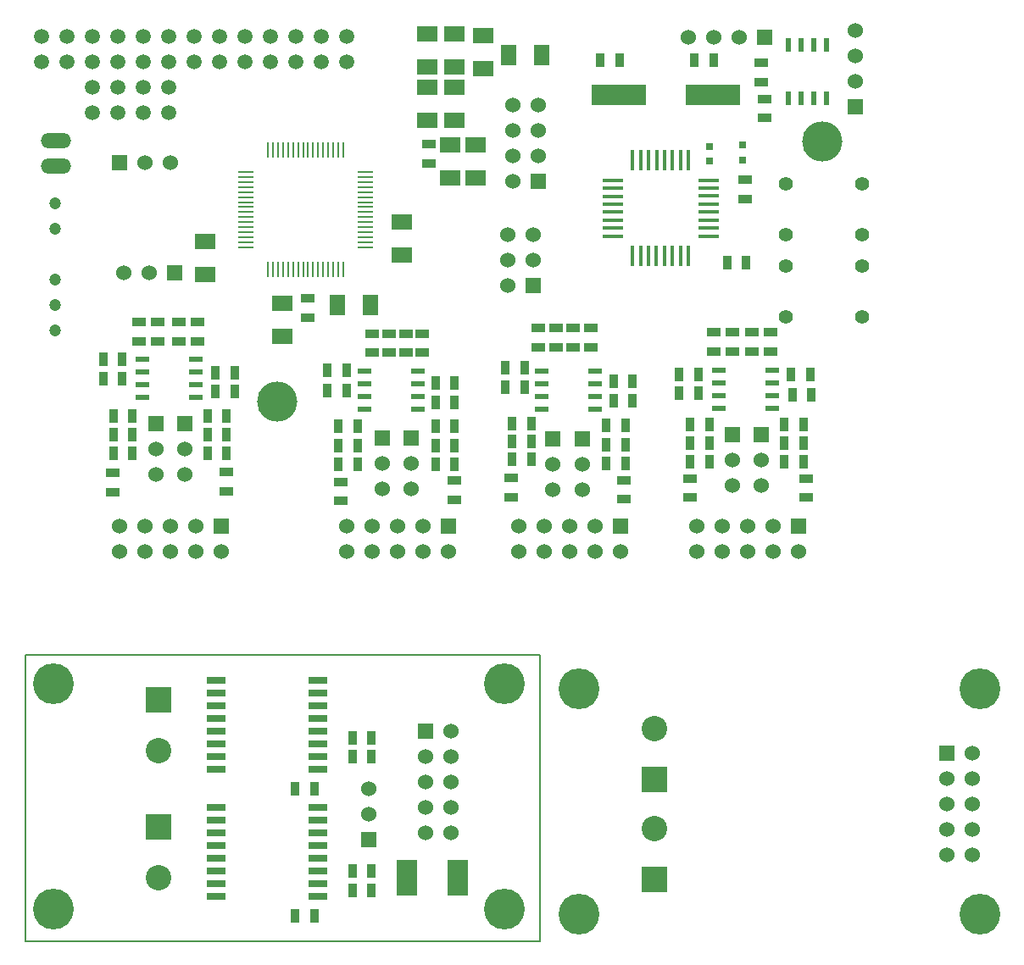
<source format=gts>
G04 This is an RS-274x file exported by *
G04 gerbv version 2.6.0 *
G04 More information is available about gerbv at *
G04 http://gerbv.gpleda.org/ *
G04 --End of header info--*
%MOIN*%
%FSLAX34Y34*%
%IPPOS*%
G04 --Define apertures--*
%ADD10C,0.0000*%
%ADD11R,0.0178X0.0788*%
%ADD12R,0.0788X0.0178*%
%ADD13C,0.0551*%
%ADD14R,0.0552X0.0237*%
%ADD15R,0.0237X0.0552*%
%ADD16R,0.0801X0.0601*%
%ADD17R,0.0601X0.0801*%
%ADD18R,0.0351X0.0551*%
%ADD19R,0.0551X0.0351*%
%ADD20O,0.1188X0.0594*%
%ADD21R,0.0601X0.0601*%
%ADD22C,0.0601*%
%ADD23R,0.0315X0.0315*%
%ADD24R,0.0592X0.0107*%
%ADD25R,0.0099X0.0592*%
%ADD26C,0.0473*%
%ADD27R,0.2166X0.0788*%
%ADD28C,0.0592*%
%ADD29C,0.1576*%
%ADD30C,0.0060*%
%ADD31R,0.0600X0.0600*%
%ADD32C,0.0600*%
%ADD33R,0.1000X0.1000*%
%ADD34C,0.1000*%
%ADD35C,0.1600*%
%ADD36C,0.0059*%
%ADD37R,0.0750X0.0250*%
%ADD38R,0.0350X0.0550*%
%ADD39R,0.0800X0.1400*%
G04 --Start main section--*
G54D11*
G01X0060957Y-046904D03*
G01X0061272Y-046904D03*
G01X0061587Y-046904D03*
G01X0061902Y-046904D03*
G01X0062217Y-046904D03*
G01X0062532Y-046904D03*
G01X0062847Y-046904D03*
G01X0063162Y-046904D03*
G01X0063160Y-050670D03*
G01X0060950Y-050670D03*
G01X0061270Y-050670D03*
G01X0061590Y-050670D03*
G01X0061900Y-050670D03*
G01X0062220Y-050670D03*
G01X0062530Y-050670D03*
G01X0062850Y-050670D03*
G54D12*
G01X0063950Y-047688D03*
G01X0063950Y-048002D03*
G01X0063950Y-048318D03*
G01X0063950Y-048632D03*
G01X0063950Y-048948D03*
G01X0063950Y-049262D03*
G01X0063950Y-049578D03*
G01X0063950Y-049892D03*
G01X0060170Y-047690D03*
G01X0060170Y-048000D03*
G01X0060170Y-048320D03*
G01X0060170Y-048630D03*
G01X0060170Y-048940D03*
G01X0060170Y-049260D03*
G01X0060170Y-049580D03*
G01X0060170Y-049900D03*
G54D13*
G01X0070000Y-051075D03*
G01X0070000Y-053075D03*
G01X0067000Y-051075D03*
G01X0067000Y-053075D03*
G01X0070000Y-047850D03*
G01X0070000Y-049850D03*
G01X0067000Y-047850D03*
G01X0067000Y-049850D03*
G54D14*
G01X0041674Y-056250D03*
G01X0043774Y-056250D03*
G01X0041674Y-055750D03*
G01X0041674Y-055250D03*
G01X0041674Y-054750D03*
G01X0043774Y-055750D03*
G01X0043774Y-055250D03*
G01X0043774Y-054750D03*
G54D15*
G01X0068575Y-044475D03*
G01X0068575Y-042375D03*
G01X0068075Y-044475D03*
G01X0067575Y-044475D03*
G01X0067075Y-044475D03*
G01X0068075Y-042375D03*
G01X0067575Y-042375D03*
G01X0067075Y-042375D03*
G54D14*
G01X0064357Y-056661D03*
G01X0066457Y-056661D03*
G01X0064357Y-056161D03*
G01X0064357Y-055661D03*
G01X0064357Y-055161D03*
G01X0066457Y-056161D03*
G01X0066457Y-055661D03*
G01X0066457Y-055161D03*
G01X0057368Y-056718D03*
G01X0059468Y-056718D03*
G01X0057368Y-056218D03*
G01X0057368Y-055718D03*
G01X0057368Y-055218D03*
G01X0059468Y-056218D03*
G01X0059468Y-055718D03*
G01X0059468Y-055218D03*
G01X0050416Y-056707D03*
G01X0052516Y-056707D03*
G01X0050416Y-056207D03*
G01X0050416Y-055707D03*
G01X0050416Y-055207D03*
G01X0052516Y-056207D03*
G01X0052516Y-055707D03*
G01X0052516Y-055207D03*
G54D16*
G01X0052900Y-041950D03*
G01X0052900Y-043250D03*
G01X0052900Y-045350D03*
G01X0052900Y-044050D03*
G01X0053950Y-045350D03*
G01X0053950Y-044050D03*
G01X0053800Y-046300D03*
G01X0053800Y-047600D03*
G54D17*
G01X0056100Y-042775D03*
G01X0057400Y-042775D03*
G54D16*
G01X0054800Y-046300D03*
G01X0054800Y-047600D03*
G01X0055100Y-043300D03*
G01X0055100Y-042000D03*
G01X0053950Y-041950D03*
G01X0053950Y-043250D03*
G01X0051900Y-050650D03*
G01X0051900Y-049350D03*
G54D17*
G01X0049350Y-052600D03*
G01X0050650Y-052600D03*
G54D16*
G01X0047200Y-053850D03*
G01X0047200Y-052550D03*
G01X0044150Y-051400D03*
G01X0044150Y-050100D03*
G54D18*
G01X0049398Y-058123D03*
G01X0050148Y-058123D03*
G54D19*
G01X0052057Y-054482D03*
G01X0052057Y-053732D03*
G01X0052687Y-054482D03*
G01X0052687Y-053732D03*
G01X0051387Y-054482D03*
G01X0051387Y-053732D03*
G01X0050718Y-054482D03*
G01X0050718Y-053732D03*
G54D18*
G01X0063971Y-058785D03*
G01X0063221Y-058785D03*
G01X0063221Y-057288D03*
G01X0063971Y-057288D03*
G01X0067671Y-058037D03*
G01X0066921Y-058037D03*
G54D19*
G01X0049498Y-060309D03*
G01X0049498Y-059559D03*
G54D18*
G01X0048965Y-055170D03*
G01X0049715Y-055170D03*
G01X0048965Y-055957D03*
G01X0049715Y-055957D03*
G01X0050148Y-058871D03*
G01X0049398Y-058871D03*
G01X0049398Y-057375D03*
G01X0050148Y-057375D03*
G01X0053967Y-058123D03*
G01X0053217Y-058123D03*
G01X0055956Y-055850D03*
G01X0056706Y-055850D03*
G54D19*
G01X0053946Y-060269D03*
G01X0053946Y-059519D03*
G54D18*
G01X0053967Y-055682D03*
G01X0053217Y-055682D03*
G01X0053967Y-056430D03*
G01X0053217Y-056430D03*
G01X0053217Y-058871D03*
G01X0053967Y-058871D03*
G01X0053967Y-057375D03*
G01X0053217Y-057375D03*
G01X0062787Y-056068D03*
G01X0063537Y-056068D03*
G01X0067947Y-055320D03*
G01X0067197Y-055320D03*
G01X0067986Y-056147D03*
G01X0067236Y-056147D03*
G01X0066921Y-058785D03*
G01X0067671Y-058785D03*
G01X0067671Y-057288D03*
G01X0066921Y-057288D03*
G54D19*
G01X0067769Y-060183D03*
G01X0067769Y-059433D03*
G01X0057237Y-054256D03*
G01X0057237Y-053506D03*
G01X0057945Y-054256D03*
G01X0057945Y-053506D03*
G01X0059323Y-054256D03*
G01X0059323Y-053506D03*
G01X0058614Y-054256D03*
G01X0058614Y-053506D03*
G54D18*
G01X0056232Y-057976D03*
G01X0056982Y-057976D03*
G01X0060682Y-057346D03*
G01X0059932Y-057346D03*
G54D19*
G01X0056174Y-060162D03*
G01X0056174Y-059412D03*
G54D18*
G01X0055956Y-055062D03*
G01X0056706Y-055062D03*
G01X0041288Y-058453D03*
G01X0040538Y-058453D03*
G01X0056982Y-058685D03*
G01X0056232Y-058685D03*
G01X0056232Y-057267D03*
G01X0056982Y-057267D03*
G01X0060682Y-058094D03*
G01X0059932Y-058094D03*
G54D19*
G01X0060622Y-060241D03*
G01X0060622Y-059491D03*
G54D18*
G01X0060958Y-055614D03*
G01X0060208Y-055614D03*
G01X0060958Y-056362D03*
G01X0060208Y-056362D03*
G01X0059932Y-058842D03*
G01X0060682Y-058842D03*
G54D19*
G01X0066025Y-043825D03*
G01X0066025Y-043075D03*
G54D18*
G01X0062787Y-055320D03*
G01X0063537Y-055320D03*
G54D19*
G01X0063202Y-060183D03*
G01X0063202Y-059433D03*
G54D18*
G01X0063221Y-058037D03*
G01X0063971Y-058037D03*
G54D19*
G01X0065643Y-054435D03*
G01X0065643Y-053685D03*
G01X0066391Y-054435D03*
G01X0066391Y-053685D03*
G01X0066150Y-045250D03*
G01X0066150Y-044500D03*
G54D18*
G01X0064675Y-050925D03*
G01X0065425Y-050925D03*
G54D19*
G01X0064895Y-054435D03*
G01X0064895Y-053685D03*
G01X0065375Y-047675D03*
G01X0065375Y-048425D03*
G01X0064147Y-054435D03*
G01X0064147Y-053685D03*
G54D18*
G01X0063400Y-042975D03*
G01X0064150Y-042975D03*
G01X0059700Y-042975D03*
G01X0060450Y-042975D03*
G54D19*
G01X0048200Y-053100D03*
G01X0048200Y-052350D03*
G01X0052950Y-046275D03*
G01X0052950Y-047025D03*
G54D18*
G01X0040144Y-055500D03*
G01X0040894Y-055500D03*
G54D19*
G01X0041543Y-054025D03*
G01X0041543Y-053275D03*
G01X0042291Y-054025D03*
G01X0042291Y-053275D03*
G01X0043866Y-054025D03*
G01X0043866Y-053275D03*
G01X0043118Y-054025D03*
G01X0043118Y-053275D03*
G54D18*
G01X0040538Y-057705D03*
G01X0041288Y-057705D03*
G54D19*
G01X0040519Y-059969D03*
G01X0040519Y-059219D03*
G54D18*
G01X0040144Y-054752D03*
G01X0040894Y-054752D03*
G01X0044989Y-056957D03*
G01X0044239Y-056957D03*
G01X0044239Y-058453D03*
G01X0044989Y-058453D03*
G01X0045304Y-056012D03*
G01X0044554Y-056012D03*
G01X0045304Y-055264D03*
G01X0044554Y-055264D03*
G54D19*
G01X0044968Y-059930D03*
G01X0044968Y-059180D03*
G54D18*
G01X0044989Y-057705D03*
G01X0044239Y-057705D03*
G01X0040538Y-056957D03*
G01X0041288Y-056957D03*
G54D20*
G01X0038300Y-047150D03*
G01X0038300Y-046150D03*
G54D21*
G01X0067485Y-061311D03*
G54D22*
G01X0067485Y-062311D03*
G01X0066485Y-061311D03*
G01X0066485Y-062311D03*
G01X0065485Y-061311D03*
G01X0065485Y-062311D03*
G01X0064485Y-061311D03*
G01X0064485Y-062311D03*
G01X0063485Y-061311D03*
G01X0063485Y-062311D03*
G54D21*
G01X0053702Y-061311D03*
G54D22*
G01X0053702Y-062311D03*
G01X0052702Y-061311D03*
G01X0052702Y-062311D03*
G01X0051702Y-061311D03*
G01X0051702Y-062311D03*
G01X0050702Y-061311D03*
G01X0050702Y-062311D03*
G01X0049702Y-061311D03*
G01X0049702Y-062311D03*
G54D21*
G01X0060496Y-061311D03*
G54D22*
G01X0060496Y-062311D03*
G01X0059496Y-061311D03*
G01X0059496Y-062311D03*
G01X0058496Y-061311D03*
G01X0058496Y-062311D03*
G01X0057496Y-061311D03*
G01X0057496Y-062311D03*
G01X0056496Y-061311D03*
G01X0056496Y-062311D03*
G54D21*
G01X0044800Y-061311D03*
G54D22*
G01X0044800Y-062311D03*
G01X0043800Y-061311D03*
G01X0043800Y-062311D03*
G01X0042800Y-061311D03*
G01X0042800Y-062311D03*
G01X0041800Y-061311D03*
G01X0041800Y-062311D03*
G01X0040800Y-061311D03*
G01X0040800Y-062311D03*
G54D21*
G01X0057250Y-047750D03*
G54D22*
G01X0056250Y-047750D03*
G01X0057250Y-046750D03*
G01X0056250Y-046750D03*
G01X0057250Y-045750D03*
G01X0056250Y-045750D03*
G01X0057250Y-044750D03*
G01X0056250Y-044750D03*
G54D21*
G01X0040800Y-047000D03*
G54D22*
G01X0041800Y-047000D03*
G01X0042800Y-047000D03*
G54D21*
G01X0066025Y-057700D03*
G54D22*
G01X0066025Y-058700D03*
G01X0066025Y-059700D03*
G54D21*
G01X0064875Y-057700D03*
G54D22*
G01X0064875Y-058700D03*
G01X0064875Y-059700D03*
G54D21*
G01X0042950Y-051350D03*
G54D22*
G01X0041950Y-051350D03*
G01X0040950Y-051350D03*
G54D21*
G01X0042212Y-057256D03*
G54D22*
G01X0042212Y-058256D03*
G01X0042212Y-059256D03*
G54D21*
G01X0043354Y-057256D03*
G54D22*
G01X0043354Y-058256D03*
G01X0043354Y-059256D03*
G54D21*
G01X0051112Y-057831D03*
G54D22*
G01X0051112Y-058831D03*
G01X0051112Y-059831D03*
G54D21*
G01X0052253Y-057831D03*
G54D22*
G01X0052253Y-058831D03*
G01X0052253Y-059831D03*
G54D21*
G01X0057827Y-057881D03*
G54D22*
G01X0057827Y-058881D03*
G01X0057827Y-059881D03*
G54D21*
G01X0058969Y-057881D03*
G54D22*
G01X0058969Y-058881D03*
G01X0058969Y-059881D03*
G54D23*
G01X0065275Y-046895D03*
G01X0065275Y-046305D03*
G01X0063975Y-046945D03*
G01X0063975Y-046355D03*
G54D24*
G01X0050462Y-048948D03*
G01X0050462Y-049145D03*
G01X0050462Y-049342D03*
G01X0050462Y-049539D03*
G01X0050462Y-049736D03*
G01X0050462Y-049933D03*
G01X0050462Y-050130D03*
G01X0050462Y-050326D03*
G01X0050462Y-047374D03*
G01X0045738Y-047374D03*
G01X0045738Y-050326D03*
G01X0050462Y-048752D03*
G01X0050462Y-048555D03*
G01X0050462Y-048358D03*
G01X0050462Y-048161D03*
G01X0050462Y-047964D03*
G01X0050462Y-047767D03*
G01X0050462Y-047570D03*
G01X0045738Y-047570D03*
G01X0045738Y-047767D03*
G01X0045738Y-047964D03*
G01X0045738Y-048161D03*
G01X0045738Y-048358D03*
G01X0045738Y-048555D03*
G01X0045738Y-048752D03*
G01X0045738Y-048948D03*
G01X0045738Y-049145D03*
G01X0045738Y-049342D03*
G01X0045738Y-049539D03*
G01X0045738Y-049736D03*
G01X0045738Y-049933D03*
G01X0045738Y-050130D03*
G54D25*
G01X0049576Y-051212D03*
G01X0049380Y-051212D03*
G01X0049183Y-051212D03*
G01X0048986Y-051212D03*
G01X0048789Y-051212D03*
G01X0048592Y-051212D03*
G01X0048002Y-051212D03*
G01X0047608Y-051212D03*
G01X0047411Y-051212D03*
G01X0048395Y-051212D03*
G01X0048198Y-051212D03*
G01X0047805Y-051212D03*
G01X0047214Y-051212D03*
G01X0047017Y-051212D03*
G01X0046820Y-051212D03*
G01X0046624Y-051212D03*
G01X0049576Y-046488D03*
G01X0049380Y-046488D03*
G01X0049183Y-046488D03*
G01X0048986Y-046488D03*
G01X0048789Y-046488D03*
G01X0048592Y-046488D03*
G01X0048395Y-046488D03*
G01X0048198Y-046488D03*
G01X0048002Y-046488D03*
G01X0047805Y-046488D03*
G01X0047608Y-046488D03*
G01X0047411Y-046488D03*
G01X0047214Y-046488D03*
G01X0047017Y-046488D03*
G01X0046820Y-046488D03*
G01X0046624Y-046488D03*
G54D26*
G01X0038250Y-048600D03*
G01X0038250Y-049600D03*
G01X0038250Y-051600D03*
G01X0038250Y-052600D03*
G01X0038250Y-053600D03*
G54D21*
G01X0057050Y-051850D03*
G54D22*
G01X0056050Y-051850D03*
G01X0057050Y-050850D03*
G01X0056050Y-050850D03*
G01X0057050Y-049850D03*
G01X0056050Y-049850D03*
G54D27*
G01X0064125Y-044350D03*
G01X0060425Y-044350D03*
G54D21*
G01X0066150Y-042075D03*
G54D22*
G01X0065150Y-042075D03*
G01X0064150Y-042075D03*
G01X0063150Y-042075D03*
G54D21*
G01X0069725Y-044800D03*
G54D22*
G01X0069725Y-043800D03*
G01X0069725Y-042800D03*
G01X0069725Y-041800D03*
G54D28*
G01X0037716Y-043047D03*
G01X0037716Y-042047D03*
G01X0038716Y-043047D03*
G01X0038716Y-042047D03*
G01X0039716Y-043047D03*
G01X0039716Y-042047D03*
G01X0040716Y-043047D03*
G01X0040716Y-042047D03*
G01X0041716Y-043047D03*
G01X0041716Y-042047D03*
G01X0042716Y-043047D03*
G01X0042716Y-042047D03*
G01X0043716Y-043047D03*
G01X0043716Y-042047D03*
G01X0044716Y-043047D03*
G01X0044716Y-042047D03*
G01X0045716Y-043047D03*
G01X0045716Y-042047D03*
G01X0046716Y-043047D03*
G01X0046716Y-042047D03*
G01X0047716Y-043047D03*
G01X0047716Y-042047D03*
G01X0048716Y-043047D03*
G01X0048716Y-042047D03*
G01X0049716Y-043047D03*
G01X0049716Y-042047D03*
G01X0039716Y-044047D03*
G01X0039716Y-045047D03*
G01X0040716Y-044047D03*
G01X0040716Y-045047D03*
G01X0041716Y-044047D03*
G01X0041716Y-045047D03*
G01X0042716Y-044047D03*
G01X0042716Y-045047D03*
G54D29*
G01X0046968Y-056417D03*
G01X0068425Y-046181D03*
G01X0023622Y-023622D02*
G54D31*
G01X0073318Y-070244D03*
G54D32*
G01X0074318Y-070244D03*
G01X0073318Y-071244D03*
G01X0074318Y-071244D03*
G01X0073318Y-072244D03*
G01X0074318Y-072244D03*
G01X0073318Y-073244D03*
G01X0074318Y-073244D03*
G01X0073318Y-074244D03*
G01X0074318Y-074244D03*
G54D33*
G01X0061810Y-075212D03*
G54D34*
G01X0061810Y-073212D03*
G54D33*
G01X0061810Y-071275D03*
G54D34*
G01X0061810Y-069275D03*
G54D35*
G01X0058858Y-076574D03*
G01X0074606Y-076574D03*
G01X0058858Y-067716D03*
G01X0074606Y-067716D03*
G01X-032677Y-013386D02*
G54D36*
G01X0057323Y-077636D02*
G01X0057323Y-066386D01*
G01X0037073Y-077636D02*
G01X0037073Y-066386D01*
G01X0057323Y-066386D02*
G01X0037073Y-066386D01*
G01X0037073Y-077636D02*
G01X0057323Y-077636D01*
G54D37*
G01X0044573Y-072386D03*
G01X0044573Y-072886D03*
G01X0044573Y-073386D03*
G01X0044573Y-073886D03*
G01X0044573Y-074386D03*
G01X0044573Y-074886D03*
G01X0044573Y-075386D03*
G01X0044573Y-075886D03*
G01X0048573Y-075886D03*
G01X0048573Y-075386D03*
G01X0048573Y-074886D03*
G01X0048573Y-074386D03*
G01X0048573Y-073886D03*
G01X0048573Y-073386D03*
G01X0048573Y-072886D03*
G01X0048573Y-072386D03*
G01X0044573Y-067386D03*
G01X0044573Y-067886D03*
G01X0044573Y-068386D03*
G01X0044573Y-068886D03*
G01X0044573Y-069386D03*
G01X0044573Y-069886D03*
G01X0044573Y-070386D03*
G01X0044573Y-070886D03*
G01X0048573Y-070886D03*
G01X0048573Y-070386D03*
G01X0048573Y-069886D03*
G01X0048573Y-069386D03*
G01X0048573Y-068886D03*
G01X0048573Y-068386D03*
G01X0048573Y-067886D03*
G01X0048573Y-067386D03*
G54D38*
G01X0049948Y-069636D03*
G01X0050698Y-069636D03*
G01X0049948Y-070386D03*
G01X0050698Y-070386D03*
G01X0049948Y-074886D03*
G01X0050698Y-074886D03*
G01X0049948Y-075636D03*
G01X0050698Y-075636D03*
G01X0047698Y-076636D03*
G01X0048448Y-076636D03*
G01X0047698Y-071636D03*
G01X0048448Y-071636D03*
G54D31*
G01X0052823Y-069386D03*
G54D32*
G01X0053823Y-069386D03*
G01X0052823Y-070386D03*
G01X0053823Y-070386D03*
G01X0052823Y-071386D03*
G01X0053823Y-071386D03*
G01X0052823Y-072386D03*
G01X0053823Y-072386D03*
G01X0052823Y-073386D03*
G01X0053823Y-073386D03*
G54D31*
G01X0050573Y-073636D03*
G54D32*
G01X0050573Y-072636D03*
G01X0050573Y-071636D03*
G54D33*
G01X0042323Y-068136D03*
G54D34*
G01X0042323Y-070136D03*
G54D33*
G01X0042323Y-073136D03*
G54D34*
G01X0042323Y-075136D03*
G54D35*
G01X0038189Y-076378D03*
G01X0038189Y-067519D03*
G01X0055905Y-067519D03*
G01X0055905Y-076378D03*
G54D39*
G01X0052073Y-075136D03*
G01X0054073Y-075136D03*
M02*

</source>
